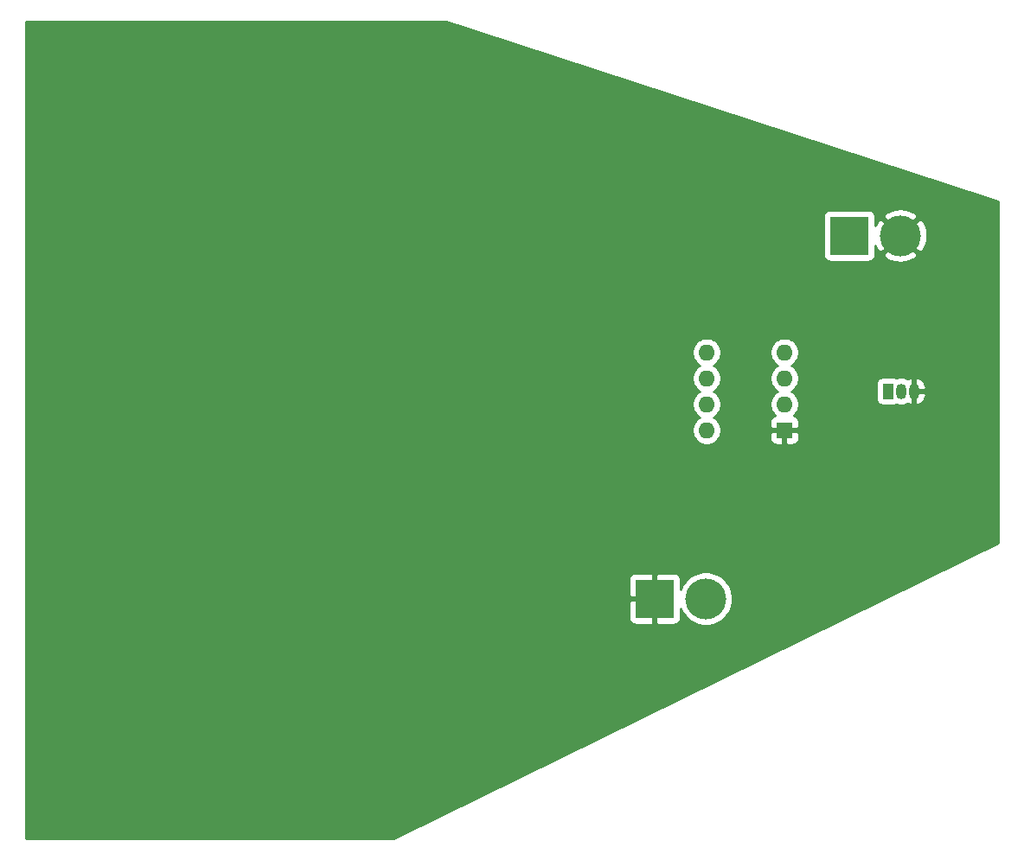
<source format=gbr>
G04 #@! TF.GenerationSoftware,KiCad,Pcbnew,(5.1.5-0-10_14)*
G04 #@! TF.CreationDate,2020-05-17T15:29:12+03:00*
G04 #@! TF.ProjectId,final,66696e61-6c2e-46b6-9963-61645f706362,rev?*
G04 #@! TF.SameCoordinates,Original*
G04 #@! TF.FileFunction,Copper,L2,Bot*
G04 #@! TF.FilePolarity,Positive*
%FSLAX46Y46*%
G04 Gerber Fmt 4.6, Leading zero omitted, Abs format (unit mm)*
G04 Created by KiCad (PCBNEW (5.1.5-0-10_14)) date 2020-05-17 15:29:12*
%MOMM*%
%LPD*%
G04 APERTURE LIST*
%ADD10R,1.600000X1.600000*%
%ADD11O,1.600000X1.600000*%
%ADD12R,3.800000X3.800000*%
%ADD13C,4.000000*%
%ADD14O,1.050000X1.500000*%
%ADD15R,1.050000X1.500000*%
%ADD16C,0.254000*%
G04 APERTURE END LIST*
D10*
X160020000Y-104140000D03*
D11*
X152400000Y-96520000D03*
X160020000Y-101600000D03*
X152400000Y-99060000D03*
X160020000Y-99060000D03*
X152400000Y-101600000D03*
X160020000Y-96520000D03*
X152400000Y-104140000D03*
D12*
X147320000Y-120650000D03*
D13*
X152320000Y-120650000D03*
X171370000Y-85090000D03*
D12*
X166370000Y-85090000D03*
D14*
X171450000Y-100330000D03*
X172720000Y-100330000D03*
D15*
X170180000Y-100330000D03*
D16*
G36*
X180950001Y-81759216D02*
G01*
X180950000Y-115158190D01*
X121767170Y-144120000D01*
X85750000Y-144120000D01*
X85750000Y-122550000D01*
X144781928Y-122550000D01*
X144794188Y-122674482D01*
X144830498Y-122794180D01*
X144889463Y-122904494D01*
X144968815Y-123001185D01*
X145065506Y-123080537D01*
X145175820Y-123139502D01*
X145295518Y-123175812D01*
X145420000Y-123188072D01*
X147034250Y-123185000D01*
X147193000Y-123026250D01*
X147193000Y-120777000D01*
X144943750Y-120777000D01*
X144785000Y-120935750D01*
X144781928Y-122550000D01*
X85750000Y-122550000D01*
X85750000Y-118750000D01*
X144781928Y-118750000D01*
X144785000Y-120364250D01*
X144943750Y-120523000D01*
X147193000Y-120523000D01*
X147193000Y-118273750D01*
X147447000Y-118273750D01*
X147447000Y-120523000D01*
X147467000Y-120523000D01*
X147467000Y-120777000D01*
X147447000Y-120777000D01*
X147447000Y-123026250D01*
X147605750Y-123185000D01*
X149220000Y-123188072D01*
X149344482Y-123175812D01*
X149464180Y-123139502D01*
X149574494Y-123080537D01*
X149671185Y-123001185D01*
X149750537Y-122904494D01*
X149809502Y-122794180D01*
X149845812Y-122674482D01*
X149858072Y-122550000D01*
X149856240Y-121587546D01*
X149984893Y-121898141D01*
X150273262Y-122329715D01*
X150640285Y-122696738D01*
X151071859Y-122985107D01*
X151551399Y-123183739D01*
X152060475Y-123285000D01*
X152579525Y-123285000D01*
X153088601Y-123183739D01*
X153568141Y-122985107D01*
X153999715Y-122696738D01*
X154366738Y-122329715D01*
X154655107Y-121898141D01*
X154853739Y-121418601D01*
X154955000Y-120909525D01*
X154955000Y-120390475D01*
X154853739Y-119881399D01*
X154655107Y-119401859D01*
X154366738Y-118970285D01*
X153999715Y-118603262D01*
X153568141Y-118314893D01*
X153088601Y-118116261D01*
X152579525Y-118015000D01*
X152060475Y-118015000D01*
X151551399Y-118116261D01*
X151071859Y-118314893D01*
X150640285Y-118603262D01*
X150273262Y-118970285D01*
X149984893Y-119401859D01*
X149856240Y-119712454D01*
X149858072Y-118750000D01*
X149845812Y-118625518D01*
X149809502Y-118505820D01*
X149750537Y-118395506D01*
X149671185Y-118298815D01*
X149574494Y-118219463D01*
X149464180Y-118160498D01*
X149344482Y-118124188D01*
X149220000Y-118111928D01*
X147605750Y-118115000D01*
X147447000Y-118273750D01*
X147193000Y-118273750D01*
X147034250Y-118115000D01*
X145420000Y-118111928D01*
X145295518Y-118124188D01*
X145175820Y-118160498D01*
X145065506Y-118219463D01*
X144968815Y-118298815D01*
X144889463Y-118395506D01*
X144830498Y-118505820D01*
X144794188Y-118625518D01*
X144781928Y-118750000D01*
X85750000Y-118750000D01*
X85750000Y-96378665D01*
X150965000Y-96378665D01*
X150965000Y-96661335D01*
X151020147Y-96938574D01*
X151128320Y-97199727D01*
X151285363Y-97434759D01*
X151485241Y-97634637D01*
X151717759Y-97790000D01*
X151485241Y-97945363D01*
X151285363Y-98145241D01*
X151128320Y-98380273D01*
X151020147Y-98641426D01*
X150965000Y-98918665D01*
X150965000Y-99201335D01*
X151020147Y-99478574D01*
X151128320Y-99739727D01*
X151285363Y-99974759D01*
X151485241Y-100174637D01*
X151717759Y-100330000D01*
X151485241Y-100485363D01*
X151285363Y-100685241D01*
X151128320Y-100920273D01*
X151020147Y-101181426D01*
X150965000Y-101458665D01*
X150965000Y-101741335D01*
X151020147Y-102018574D01*
X151128320Y-102279727D01*
X151285363Y-102514759D01*
X151485241Y-102714637D01*
X151717759Y-102870000D01*
X151485241Y-103025363D01*
X151285363Y-103225241D01*
X151128320Y-103460273D01*
X151020147Y-103721426D01*
X150965000Y-103998665D01*
X150965000Y-104281335D01*
X151020147Y-104558574D01*
X151128320Y-104819727D01*
X151285363Y-105054759D01*
X151485241Y-105254637D01*
X151720273Y-105411680D01*
X151981426Y-105519853D01*
X152258665Y-105575000D01*
X152541335Y-105575000D01*
X152818574Y-105519853D01*
X153079727Y-105411680D01*
X153314759Y-105254637D01*
X153514637Y-105054759D01*
X153591316Y-104940000D01*
X158581928Y-104940000D01*
X158594188Y-105064482D01*
X158630498Y-105184180D01*
X158689463Y-105294494D01*
X158768815Y-105391185D01*
X158865506Y-105470537D01*
X158975820Y-105529502D01*
X159095518Y-105565812D01*
X159220000Y-105578072D01*
X159734250Y-105575000D01*
X159893000Y-105416250D01*
X159893000Y-104267000D01*
X160147000Y-104267000D01*
X160147000Y-105416250D01*
X160305750Y-105575000D01*
X160820000Y-105578072D01*
X160944482Y-105565812D01*
X161064180Y-105529502D01*
X161174494Y-105470537D01*
X161271185Y-105391185D01*
X161350537Y-105294494D01*
X161409502Y-105184180D01*
X161445812Y-105064482D01*
X161458072Y-104940000D01*
X161455000Y-104425750D01*
X161296250Y-104267000D01*
X160147000Y-104267000D01*
X159893000Y-104267000D01*
X158743750Y-104267000D01*
X158585000Y-104425750D01*
X158581928Y-104940000D01*
X153591316Y-104940000D01*
X153671680Y-104819727D01*
X153779853Y-104558574D01*
X153835000Y-104281335D01*
X153835000Y-103998665D01*
X153779853Y-103721426D01*
X153671680Y-103460273D01*
X153591317Y-103340000D01*
X158581928Y-103340000D01*
X158585000Y-103854250D01*
X158743750Y-104013000D01*
X159893000Y-104013000D01*
X159893000Y-103993000D01*
X160147000Y-103993000D01*
X160147000Y-104013000D01*
X161296250Y-104013000D01*
X161455000Y-103854250D01*
X161458072Y-103340000D01*
X161445812Y-103215518D01*
X161409502Y-103095820D01*
X161350537Y-102985506D01*
X161271185Y-102888815D01*
X161174494Y-102809463D01*
X161064180Y-102750498D01*
X160944482Y-102714188D01*
X160936039Y-102713357D01*
X161134637Y-102514759D01*
X161291680Y-102279727D01*
X161399853Y-102018574D01*
X161455000Y-101741335D01*
X161455000Y-101458665D01*
X161399853Y-101181426D01*
X161291680Y-100920273D01*
X161134637Y-100685241D01*
X160934759Y-100485363D01*
X160702241Y-100330000D01*
X160934759Y-100174637D01*
X161134637Y-99974759D01*
X161291680Y-99739727D01*
X161357841Y-99580000D01*
X169016928Y-99580000D01*
X169016928Y-101080000D01*
X169029188Y-101204482D01*
X169065498Y-101324180D01*
X169124463Y-101434494D01*
X169203815Y-101531185D01*
X169300506Y-101610537D01*
X169410820Y-101669502D01*
X169530518Y-101705812D01*
X169655000Y-101718072D01*
X170705000Y-101718072D01*
X170829482Y-101705812D01*
X170949180Y-101669502D01*
X171013902Y-101634907D01*
X171222601Y-101698215D01*
X171450000Y-101720612D01*
X171677400Y-101698215D01*
X171896060Y-101631885D01*
X172084669Y-101531071D01*
X172143118Y-101572275D01*
X172352663Y-101665272D01*
X172414190Y-101673964D01*
X172593000Y-101548163D01*
X172593000Y-100783108D01*
X172593215Y-100782399D01*
X172610000Y-100611978D01*
X172610000Y-100457000D01*
X172847000Y-100457000D01*
X172847000Y-101548163D01*
X173025810Y-101673964D01*
X173087337Y-101665272D01*
X173296882Y-101572275D01*
X173484258Y-101440184D01*
X173642264Y-101274076D01*
X173764828Y-101080334D01*
X173847239Y-100866404D01*
X173886331Y-100640507D01*
X173726598Y-100457000D01*
X172847000Y-100457000D01*
X172610000Y-100457000D01*
X172610000Y-100048021D01*
X172593215Y-99877600D01*
X172593000Y-99876891D01*
X172593000Y-99111837D01*
X172847000Y-99111837D01*
X172847000Y-100203000D01*
X173726598Y-100203000D01*
X173886331Y-100019493D01*
X173847239Y-99793596D01*
X173764828Y-99579666D01*
X173642264Y-99385924D01*
X173484258Y-99219816D01*
X173296882Y-99087725D01*
X173087337Y-98994728D01*
X173025810Y-98986036D01*
X172847000Y-99111837D01*
X172593000Y-99111837D01*
X172414190Y-98986036D01*
X172352663Y-98994728D01*
X172143118Y-99087725D01*
X172084669Y-99128929D01*
X171896059Y-99028115D01*
X171677399Y-98961785D01*
X171450000Y-98939388D01*
X171222600Y-98961785D01*
X171013902Y-99025093D01*
X170949180Y-98990498D01*
X170829482Y-98954188D01*
X170705000Y-98941928D01*
X169655000Y-98941928D01*
X169530518Y-98954188D01*
X169410820Y-98990498D01*
X169300506Y-99049463D01*
X169203815Y-99128815D01*
X169124463Y-99225506D01*
X169065498Y-99335820D01*
X169029188Y-99455518D01*
X169016928Y-99580000D01*
X161357841Y-99580000D01*
X161399853Y-99478574D01*
X161455000Y-99201335D01*
X161455000Y-98918665D01*
X161399853Y-98641426D01*
X161291680Y-98380273D01*
X161134637Y-98145241D01*
X160934759Y-97945363D01*
X160702241Y-97790000D01*
X160934759Y-97634637D01*
X161134637Y-97434759D01*
X161291680Y-97199727D01*
X161399853Y-96938574D01*
X161455000Y-96661335D01*
X161455000Y-96378665D01*
X161399853Y-96101426D01*
X161291680Y-95840273D01*
X161134637Y-95605241D01*
X160934759Y-95405363D01*
X160699727Y-95248320D01*
X160438574Y-95140147D01*
X160161335Y-95085000D01*
X159878665Y-95085000D01*
X159601426Y-95140147D01*
X159340273Y-95248320D01*
X159105241Y-95405363D01*
X158905363Y-95605241D01*
X158748320Y-95840273D01*
X158640147Y-96101426D01*
X158585000Y-96378665D01*
X158585000Y-96661335D01*
X158640147Y-96938574D01*
X158748320Y-97199727D01*
X158905363Y-97434759D01*
X159105241Y-97634637D01*
X159337759Y-97790000D01*
X159105241Y-97945363D01*
X158905363Y-98145241D01*
X158748320Y-98380273D01*
X158640147Y-98641426D01*
X158585000Y-98918665D01*
X158585000Y-99201335D01*
X158640147Y-99478574D01*
X158748320Y-99739727D01*
X158905363Y-99974759D01*
X159105241Y-100174637D01*
X159337759Y-100330000D01*
X159105241Y-100485363D01*
X158905363Y-100685241D01*
X158748320Y-100920273D01*
X158640147Y-101181426D01*
X158585000Y-101458665D01*
X158585000Y-101741335D01*
X158640147Y-102018574D01*
X158748320Y-102279727D01*
X158905363Y-102514759D01*
X159103961Y-102713357D01*
X159095518Y-102714188D01*
X158975820Y-102750498D01*
X158865506Y-102809463D01*
X158768815Y-102888815D01*
X158689463Y-102985506D01*
X158630498Y-103095820D01*
X158594188Y-103215518D01*
X158581928Y-103340000D01*
X153591317Y-103340000D01*
X153514637Y-103225241D01*
X153314759Y-103025363D01*
X153082241Y-102870000D01*
X153314759Y-102714637D01*
X153514637Y-102514759D01*
X153671680Y-102279727D01*
X153779853Y-102018574D01*
X153835000Y-101741335D01*
X153835000Y-101458665D01*
X153779853Y-101181426D01*
X153671680Y-100920273D01*
X153514637Y-100685241D01*
X153314759Y-100485363D01*
X153082241Y-100330000D01*
X153314759Y-100174637D01*
X153514637Y-99974759D01*
X153671680Y-99739727D01*
X153779853Y-99478574D01*
X153835000Y-99201335D01*
X153835000Y-98918665D01*
X153779853Y-98641426D01*
X153671680Y-98380273D01*
X153514637Y-98145241D01*
X153314759Y-97945363D01*
X153082241Y-97790000D01*
X153314759Y-97634637D01*
X153514637Y-97434759D01*
X153671680Y-97199727D01*
X153779853Y-96938574D01*
X153835000Y-96661335D01*
X153835000Y-96378665D01*
X153779853Y-96101426D01*
X153671680Y-95840273D01*
X153514637Y-95605241D01*
X153314759Y-95405363D01*
X153079727Y-95248320D01*
X152818574Y-95140147D01*
X152541335Y-95085000D01*
X152258665Y-95085000D01*
X151981426Y-95140147D01*
X151720273Y-95248320D01*
X151485241Y-95405363D01*
X151285363Y-95605241D01*
X151128320Y-95840273D01*
X151020147Y-96101426D01*
X150965000Y-96378665D01*
X85750000Y-96378665D01*
X85750000Y-83190000D01*
X163831928Y-83190000D01*
X163831928Y-86990000D01*
X163844188Y-87114482D01*
X163880498Y-87234180D01*
X163939463Y-87344494D01*
X164018815Y-87441185D01*
X164115506Y-87520537D01*
X164225820Y-87579502D01*
X164345518Y-87615812D01*
X164470000Y-87628072D01*
X168270000Y-87628072D01*
X168394482Y-87615812D01*
X168514180Y-87579502D01*
X168624494Y-87520537D01*
X168721185Y-87441185D01*
X168800537Y-87344494D01*
X168859502Y-87234180D01*
X168895812Y-87114482D01*
X168908072Y-86990000D01*
X168908072Y-86937499D01*
X169702106Y-86937499D01*
X169918228Y-87304258D01*
X170378105Y-87544938D01*
X170876098Y-87691275D01*
X171393071Y-87737648D01*
X171909159Y-87682273D01*
X172404526Y-87527279D01*
X172821772Y-87304258D01*
X173037894Y-86937499D01*
X171370000Y-85269605D01*
X169702106Y-86937499D01*
X168908072Y-86937499D01*
X168908072Y-86045747D01*
X168932721Y-86124526D01*
X169155742Y-86541772D01*
X169522501Y-86757894D01*
X171190395Y-85090000D01*
X171549605Y-85090000D01*
X173217499Y-86757894D01*
X173584258Y-86541772D01*
X173824938Y-86081895D01*
X173971275Y-85583902D01*
X174017648Y-85066929D01*
X173962273Y-84550841D01*
X173807279Y-84055474D01*
X173584258Y-83638228D01*
X173217499Y-83422106D01*
X171549605Y-85090000D01*
X171190395Y-85090000D01*
X169522501Y-83422106D01*
X169155742Y-83638228D01*
X168915062Y-84098105D01*
X168908072Y-84121892D01*
X168908072Y-83242501D01*
X169702106Y-83242501D01*
X171370000Y-84910395D01*
X173037894Y-83242501D01*
X172821772Y-82875742D01*
X172361895Y-82635062D01*
X171863902Y-82488725D01*
X171346929Y-82442352D01*
X170830841Y-82497727D01*
X170335474Y-82652721D01*
X169918228Y-82875742D01*
X169702106Y-83242501D01*
X168908072Y-83242501D01*
X168908072Y-83190000D01*
X168895812Y-83065518D01*
X168859502Y-82945820D01*
X168800537Y-82835506D01*
X168721185Y-82738815D01*
X168624494Y-82659463D01*
X168514180Y-82600498D01*
X168394482Y-82564188D01*
X168270000Y-82551928D01*
X164470000Y-82551928D01*
X164345518Y-82564188D01*
X164225820Y-82600498D01*
X164115506Y-82659463D01*
X164018815Y-82738815D01*
X163939463Y-82835506D01*
X163880498Y-82945820D01*
X163844188Y-83065518D01*
X163831928Y-83190000D01*
X85750000Y-83190000D01*
X85750000Y-64160000D01*
X126895266Y-64160000D01*
X180950001Y-81759216D01*
G37*
X180950001Y-81759216D02*
X180950000Y-115158190D01*
X121767170Y-144120000D01*
X85750000Y-144120000D01*
X85750000Y-122550000D01*
X144781928Y-122550000D01*
X144794188Y-122674482D01*
X144830498Y-122794180D01*
X144889463Y-122904494D01*
X144968815Y-123001185D01*
X145065506Y-123080537D01*
X145175820Y-123139502D01*
X145295518Y-123175812D01*
X145420000Y-123188072D01*
X147034250Y-123185000D01*
X147193000Y-123026250D01*
X147193000Y-120777000D01*
X144943750Y-120777000D01*
X144785000Y-120935750D01*
X144781928Y-122550000D01*
X85750000Y-122550000D01*
X85750000Y-118750000D01*
X144781928Y-118750000D01*
X144785000Y-120364250D01*
X144943750Y-120523000D01*
X147193000Y-120523000D01*
X147193000Y-118273750D01*
X147447000Y-118273750D01*
X147447000Y-120523000D01*
X147467000Y-120523000D01*
X147467000Y-120777000D01*
X147447000Y-120777000D01*
X147447000Y-123026250D01*
X147605750Y-123185000D01*
X149220000Y-123188072D01*
X149344482Y-123175812D01*
X149464180Y-123139502D01*
X149574494Y-123080537D01*
X149671185Y-123001185D01*
X149750537Y-122904494D01*
X149809502Y-122794180D01*
X149845812Y-122674482D01*
X149858072Y-122550000D01*
X149856240Y-121587546D01*
X149984893Y-121898141D01*
X150273262Y-122329715D01*
X150640285Y-122696738D01*
X151071859Y-122985107D01*
X151551399Y-123183739D01*
X152060475Y-123285000D01*
X152579525Y-123285000D01*
X153088601Y-123183739D01*
X153568141Y-122985107D01*
X153999715Y-122696738D01*
X154366738Y-122329715D01*
X154655107Y-121898141D01*
X154853739Y-121418601D01*
X154955000Y-120909525D01*
X154955000Y-120390475D01*
X154853739Y-119881399D01*
X154655107Y-119401859D01*
X154366738Y-118970285D01*
X153999715Y-118603262D01*
X153568141Y-118314893D01*
X153088601Y-118116261D01*
X152579525Y-118015000D01*
X152060475Y-118015000D01*
X151551399Y-118116261D01*
X151071859Y-118314893D01*
X150640285Y-118603262D01*
X150273262Y-118970285D01*
X149984893Y-119401859D01*
X149856240Y-119712454D01*
X149858072Y-118750000D01*
X149845812Y-118625518D01*
X149809502Y-118505820D01*
X149750537Y-118395506D01*
X149671185Y-118298815D01*
X149574494Y-118219463D01*
X149464180Y-118160498D01*
X149344482Y-118124188D01*
X149220000Y-118111928D01*
X147605750Y-118115000D01*
X147447000Y-118273750D01*
X147193000Y-118273750D01*
X147034250Y-118115000D01*
X145420000Y-118111928D01*
X145295518Y-118124188D01*
X145175820Y-118160498D01*
X145065506Y-118219463D01*
X144968815Y-118298815D01*
X144889463Y-118395506D01*
X144830498Y-118505820D01*
X144794188Y-118625518D01*
X144781928Y-118750000D01*
X85750000Y-118750000D01*
X85750000Y-96378665D01*
X150965000Y-96378665D01*
X150965000Y-96661335D01*
X151020147Y-96938574D01*
X151128320Y-97199727D01*
X151285363Y-97434759D01*
X151485241Y-97634637D01*
X151717759Y-97790000D01*
X151485241Y-97945363D01*
X151285363Y-98145241D01*
X151128320Y-98380273D01*
X151020147Y-98641426D01*
X150965000Y-98918665D01*
X150965000Y-99201335D01*
X151020147Y-99478574D01*
X151128320Y-99739727D01*
X151285363Y-99974759D01*
X151485241Y-100174637D01*
X151717759Y-100330000D01*
X151485241Y-100485363D01*
X151285363Y-100685241D01*
X151128320Y-100920273D01*
X151020147Y-101181426D01*
X150965000Y-101458665D01*
X150965000Y-101741335D01*
X151020147Y-102018574D01*
X151128320Y-102279727D01*
X151285363Y-102514759D01*
X151485241Y-102714637D01*
X151717759Y-102870000D01*
X151485241Y-103025363D01*
X151285363Y-103225241D01*
X151128320Y-103460273D01*
X151020147Y-103721426D01*
X150965000Y-103998665D01*
X150965000Y-104281335D01*
X151020147Y-104558574D01*
X151128320Y-104819727D01*
X151285363Y-105054759D01*
X151485241Y-105254637D01*
X151720273Y-105411680D01*
X151981426Y-105519853D01*
X152258665Y-105575000D01*
X152541335Y-105575000D01*
X152818574Y-105519853D01*
X153079727Y-105411680D01*
X153314759Y-105254637D01*
X153514637Y-105054759D01*
X153591316Y-104940000D01*
X158581928Y-104940000D01*
X158594188Y-105064482D01*
X158630498Y-105184180D01*
X158689463Y-105294494D01*
X158768815Y-105391185D01*
X158865506Y-105470537D01*
X158975820Y-105529502D01*
X159095518Y-105565812D01*
X159220000Y-105578072D01*
X159734250Y-105575000D01*
X159893000Y-105416250D01*
X159893000Y-104267000D01*
X160147000Y-104267000D01*
X160147000Y-105416250D01*
X160305750Y-105575000D01*
X160820000Y-105578072D01*
X160944482Y-105565812D01*
X161064180Y-105529502D01*
X161174494Y-105470537D01*
X161271185Y-105391185D01*
X161350537Y-105294494D01*
X161409502Y-105184180D01*
X161445812Y-105064482D01*
X161458072Y-104940000D01*
X161455000Y-104425750D01*
X161296250Y-104267000D01*
X160147000Y-104267000D01*
X159893000Y-104267000D01*
X158743750Y-104267000D01*
X158585000Y-104425750D01*
X158581928Y-104940000D01*
X153591316Y-104940000D01*
X153671680Y-104819727D01*
X153779853Y-104558574D01*
X153835000Y-104281335D01*
X153835000Y-103998665D01*
X153779853Y-103721426D01*
X153671680Y-103460273D01*
X153591317Y-103340000D01*
X158581928Y-103340000D01*
X158585000Y-103854250D01*
X158743750Y-104013000D01*
X159893000Y-104013000D01*
X159893000Y-103993000D01*
X160147000Y-103993000D01*
X160147000Y-104013000D01*
X161296250Y-104013000D01*
X161455000Y-103854250D01*
X161458072Y-103340000D01*
X161445812Y-103215518D01*
X161409502Y-103095820D01*
X161350537Y-102985506D01*
X161271185Y-102888815D01*
X161174494Y-102809463D01*
X161064180Y-102750498D01*
X160944482Y-102714188D01*
X160936039Y-102713357D01*
X161134637Y-102514759D01*
X161291680Y-102279727D01*
X161399853Y-102018574D01*
X161455000Y-101741335D01*
X161455000Y-101458665D01*
X161399853Y-101181426D01*
X161291680Y-100920273D01*
X161134637Y-100685241D01*
X160934759Y-100485363D01*
X160702241Y-100330000D01*
X160934759Y-100174637D01*
X161134637Y-99974759D01*
X161291680Y-99739727D01*
X161357841Y-99580000D01*
X169016928Y-99580000D01*
X169016928Y-101080000D01*
X169029188Y-101204482D01*
X169065498Y-101324180D01*
X169124463Y-101434494D01*
X169203815Y-101531185D01*
X169300506Y-101610537D01*
X169410820Y-101669502D01*
X169530518Y-101705812D01*
X169655000Y-101718072D01*
X170705000Y-101718072D01*
X170829482Y-101705812D01*
X170949180Y-101669502D01*
X171013902Y-101634907D01*
X171222601Y-101698215D01*
X171450000Y-101720612D01*
X171677400Y-101698215D01*
X171896060Y-101631885D01*
X172084669Y-101531071D01*
X172143118Y-101572275D01*
X172352663Y-101665272D01*
X172414190Y-101673964D01*
X172593000Y-101548163D01*
X172593000Y-100783108D01*
X172593215Y-100782399D01*
X172610000Y-100611978D01*
X172610000Y-100457000D01*
X172847000Y-100457000D01*
X172847000Y-101548163D01*
X173025810Y-101673964D01*
X173087337Y-101665272D01*
X173296882Y-101572275D01*
X173484258Y-101440184D01*
X173642264Y-101274076D01*
X173764828Y-101080334D01*
X173847239Y-100866404D01*
X173886331Y-100640507D01*
X173726598Y-100457000D01*
X172847000Y-100457000D01*
X172610000Y-100457000D01*
X172610000Y-100048021D01*
X172593215Y-99877600D01*
X172593000Y-99876891D01*
X172593000Y-99111837D01*
X172847000Y-99111837D01*
X172847000Y-100203000D01*
X173726598Y-100203000D01*
X173886331Y-100019493D01*
X173847239Y-99793596D01*
X173764828Y-99579666D01*
X173642264Y-99385924D01*
X173484258Y-99219816D01*
X173296882Y-99087725D01*
X173087337Y-98994728D01*
X173025810Y-98986036D01*
X172847000Y-99111837D01*
X172593000Y-99111837D01*
X172414190Y-98986036D01*
X172352663Y-98994728D01*
X172143118Y-99087725D01*
X172084669Y-99128929D01*
X171896059Y-99028115D01*
X171677399Y-98961785D01*
X171450000Y-98939388D01*
X171222600Y-98961785D01*
X171013902Y-99025093D01*
X170949180Y-98990498D01*
X170829482Y-98954188D01*
X170705000Y-98941928D01*
X169655000Y-98941928D01*
X169530518Y-98954188D01*
X169410820Y-98990498D01*
X169300506Y-99049463D01*
X169203815Y-99128815D01*
X169124463Y-99225506D01*
X169065498Y-99335820D01*
X169029188Y-99455518D01*
X169016928Y-99580000D01*
X161357841Y-99580000D01*
X161399853Y-99478574D01*
X161455000Y-99201335D01*
X161455000Y-98918665D01*
X161399853Y-98641426D01*
X161291680Y-98380273D01*
X161134637Y-98145241D01*
X160934759Y-97945363D01*
X160702241Y-97790000D01*
X160934759Y-97634637D01*
X161134637Y-97434759D01*
X161291680Y-97199727D01*
X161399853Y-96938574D01*
X161455000Y-96661335D01*
X161455000Y-96378665D01*
X161399853Y-96101426D01*
X161291680Y-95840273D01*
X161134637Y-95605241D01*
X160934759Y-95405363D01*
X160699727Y-95248320D01*
X160438574Y-95140147D01*
X160161335Y-95085000D01*
X159878665Y-95085000D01*
X159601426Y-95140147D01*
X159340273Y-95248320D01*
X159105241Y-95405363D01*
X158905363Y-95605241D01*
X158748320Y-95840273D01*
X158640147Y-96101426D01*
X158585000Y-96378665D01*
X158585000Y-96661335D01*
X158640147Y-96938574D01*
X158748320Y-97199727D01*
X158905363Y-97434759D01*
X159105241Y-97634637D01*
X159337759Y-97790000D01*
X159105241Y-97945363D01*
X158905363Y-98145241D01*
X158748320Y-98380273D01*
X158640147Y-98641426D01*
X158585000Y-98918665D01*
X158585000Y-99201335D01*
X158640147Y-99478574D01*
X158748320Y-99739727D01*
X158905363Y-99974759D01*
X159105241Y-100174637D01*
X159337759Y-100330000D01*
X159105241Y-100485363D01*
X158905363Y-100685241D01*
X158748320Y-100920273D01*
X158640147Y-101181426D01*
X158585000Y-101458665D01*
X158585000Y-101741335D01*
X158640147Y-102018574D01*
X158748320Y-102279727D01*
X158905363Y-102514759D01*
X159103961Y-102713357D01*
X159095518Y-102714188D01*
X158975820Y-102750498D01*
X158865506Y-102809463D01*
X158768815Y-102888815D01*
X158689463Y-102985506D01*
X158630498Y-103095820D01*
X158594188Y-103215518D01*
X158581928Y-103340000D01*
X153591317Y-103340000D01*
X153514637Y-103225241D01*
X153314759Y-103025363D01*
X153082241Y-102870000D01*
X153314759Y-102714637D01*
X153514637Y-102514759D01*
X153671680Y-102279727D01*
X153779853Y-102018574D01*
X153835000Y-101741335D01*
X153835000Y-101458665D01*
X153779853Y-101181426D01*
X153671680Y-100920273D01*
X153514637Y-100685241D01*
X153314759Y-100485363D01*
X153082241Y-100330000D01*
X153314759Y-100174637D01*
X153514637Y-99974759D01*
X153671680Y-99739727D01*
X153779853Y-99478574D01*
X153835000Y-99201335D01*
X153835000Y-98918665D01*
X153779853Y-98641426D01*
X153671680Y-98380273D01*
X153514637Y-98145241D01*
X153314759Y-97945363D01*
X153082241Y-97790000D01*
X153314759Y-97634637D01*
X153514637Y-97434759D01*
X153671680Y-97199727D01*
X153779853Y-96938574D01*
X153835000Y-96661335D01*
X153835000Y-96378665D01*
X153779853Y-96101426D01*
X153671680Y-95840273D01*
X153514637Y-95605241D01*
X153314759Y-95405363D01*
X153079727Y-95248320D01*
X152818574Y-95140147D01*
X152541335Y-95085000D01*
X152258665Y-95085000D01*
X151981426Y-95140147D01*
X151720273Y-95248320D01*
X151485241Y-95405363D01*
X151285363Y-95605241D01*
X151128320Y-95840273D01*
X151020147Y-96101426D01*
X150965000Y-96378665D01*
X85750000Y-96378665D01*
X85750000Y-83190000D01*
X163831928Y-83190000D01*
X163831928Y-86990000D01*
X163844188Y-87114482D01*
X163880498Y-87234180D01*
X163939463Y-87344494D01*
X164018815Y-87441185D01*
X164115506Y-87520537D01*
X164225820Y-87579502D01*
X164345518Y-87615812D01*
X164470000Y-87628072D01*
X168270000Y-87628072D01*
X168394482Y-87615812D01*
X168514180Y-87579502D01*
X168624494Y-87520537D01*
X168721185Y-87441185D01*
X168800537Y-87344494D01*
X168859502Y-87234180D01*
X168895812Y-87114482D01*
X168908072Y-86990000D01*
X168908072Y-86937499D01*
X169702106Y-86937499D01*
X169918228Y-87304258D01*
X170378105Y-87544938D01*
X170876098Y-87691275D01*
X171393071Y-87737648D01*
X171909159Y-87682273D01*
X172404526Y-87527279D01*
X172821772Y-87304258D01*
X173037894Y-86937499D01*
X171370000Y-85269605D01*
X169702106Y-86937499D01*
X168908072Y-86937499D01*
X168908072Y-86045747D01*
X168932721Y-86124526D01*
X169155742Y-86541772D01*
X169522501Y-86757894D01*
X171190395Y-85090000D01*
X171549605Y-85090000D01*
X173217499Y-86757894D01*
X173584258Y-86541772D01*
X173824938Y-86081895D01*
X173971275Y-85583902D01*
X174017648Y-85066929D01*
X173962273Y-84550841D01*
X173807279Y-84055474D01*
X173584258Y-83638228D01*
X173217499Y-83422106D01*
X171549605Y-85090000D01*
X171190395Y-85090000D01*
X169522501Y-83422106D01*
X169155742Y-83638228D01*
X168915062Y-84098105D01*
X168908072Y-84121892D01*
X168908072Y-83242501D01*
X169702106Y-83242501D01*
X171370000Y-84910395D01*
X173037894Y-83242501D01*
X172821772Y-82875742D01*
X172361895Y-82635062D01*
X171863902Y-82488725D01*
X171346929Y-82442352D01*
X170830841Y-82497727D01*
X170335474Y-82652721D01*
X169918228Y-82875742D01*
X169702106Y-83242501D01*
X168908072Y-83242501D01*
X168908072Y-83190000D01*
X168895812Y-83065518D01*
X168859502Y-82945820D01*
X168800537Y-82835506D01*
X168721185Y-82738815D01*
X168624494Y-82659463D01*
X168514180Y-82600498D01*
X168394482Y-82564188D01*
X168270000Y-82551928D01*
X164470000Y-82551928D01*
X164345518Y-82564188D01*
X164225820Y-82600498D01*
X164115506Y-82659463D01*
X164018815Y-82738815D01*
X163939463Y-82835506D01*
X163880498Y-82945820D01*
X163844188Y-83065518D01*
X163831928Y-83190000D01*
X85750000Y-83190000D01*
X85750000Y-64160000D01*
X126895266Y-64160000D01*
X180950001Y-81759216D01*
M02*

</source>
